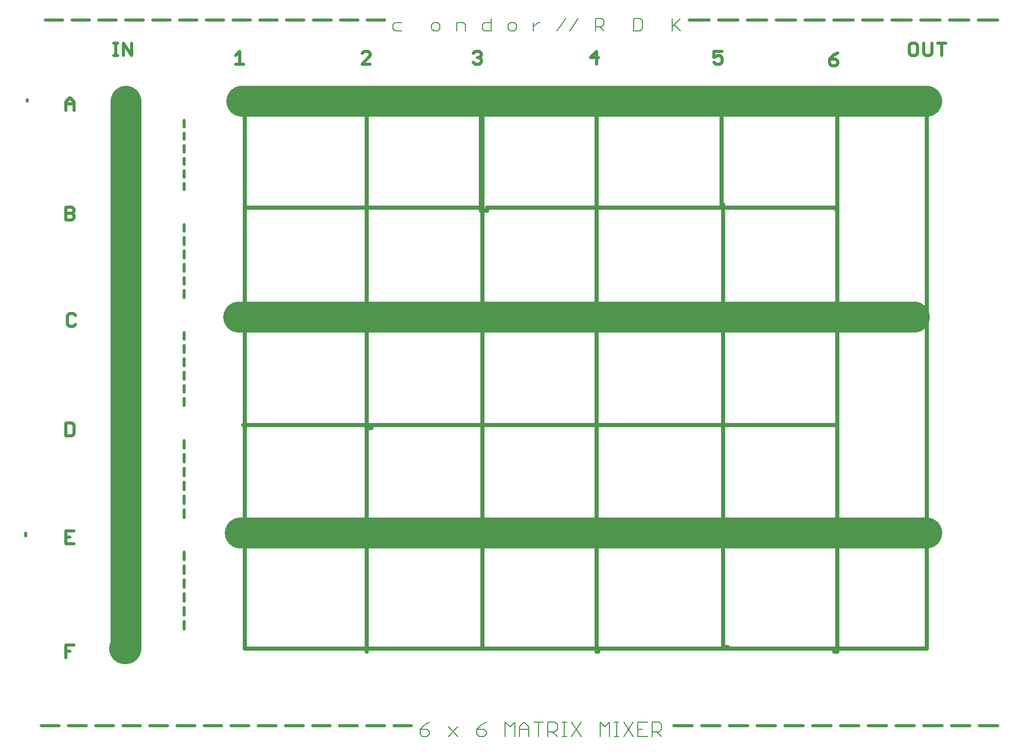
<source format=gto>
G75*
%MOIN*%
%OFA0B0*%
%FSLAX25Y25*%
%IPPOS*%
%LPD*%
%AMOC8*
5,1,8,0,0,1.08239X$1,22.5*
%
%ADD10C,0.02000*%
%ADD11C,0.20000*%
%ADD12C,0.02500*%
%ADD13C,0.00800*%
%ADD14C,0.00700*%
D10*
X0012000Y0017000D02*
X0023571Y0017000D01*
X0029571Y0017000D02*
X0041143Y0017000D01*
X0047143Y0017000D02*
X0058714Y0017000D01*
X0064714Y0017000D02*
X0076286Y0017000D01*
X0082286Y0017000D02*
X0093857Y0017000D01*
X0099857Y0017000D02*
X0111429Y0017000D01*
X0117429Y0017000D02*
X0129000Y0017000D01*
X0135000Y0017000D02*
X0146571Y0017000D01*
X0152571Y0017000D02*
X0164143Y0017000D01*
X0170143Y0017000D02*
X0181714Y0017000D01*
X0187714Y0017000D02*
X0199286Y0017000D01*
X0205286Y0017000D02*
X0216857Y0017000D01*
X0222857Y0017000D02*
X0234429Y0017000D01*
X0240429Y0017000D02*
X0252000Y0017000D01*
X0104500Y0079500D02*
X0104500Y0084500D01*
X0104500Y0088500D02*
X0104500Y0093500D01*
X0104500Y0097500D02*
X0104500Y0102500D01*
X0104500Y0106500D02*
X0104500Y0111500D01*
X0104500Y0115500D02*
X0104500Y0120500D01*
X0104500Y0124500D02*
X0104500Y0129500D01*
X0104500Y0152000D02*
X0104500Y0157000D01*
X0104500Y0161000D02*
X0104500Y0166000D01*
X0104500Y0170000D02*
X0104500Y0175000D01*
X0104500Y0179000D02*
X0104500Y0184000D01*
X0104500Y0188000D02*
X0104500Y0193000D01*
X0104500Y0197000D02*
X0104500Y0202000D01*
X0104500Y0224500D02*
X0104500Y0229083D01*
X0104500Y0233083D02*
X0104500Y0237667D01*
X0104500Y0241667D02*
X0104500Y0246250D01*
X0104500Y0250250D02*
X0104500Y0254833D01*
X0104500Y0258833D02*
X0104500Y0263417D01*
X0104500Y0267417D02*
X0104500Y0272000D01*
X0104500Y0294500D02*
X0104500Y0299083D01*
X0104500Y0303083D02*
X0104500Y0307667D01*
X0104500Y0311667D02*
X0104500Y0316250D01*
X0104500Y0320250D02*
X0104500Y0324833D01*
X0104500Y0328833D02*
X0104500Y0333417D01*
X0104500Y0337417D02*
X0104500Y0342000D01*
X0104500Y0364500D02*
X0104500Y0368667D01*
X0104500Y0372667D02*
X0104500Y0376833D01*
X0104500Y0380833D02*
X0104500Y0385000D01*
X0104500Y0389000D02*
X0104500Y0393167D01*
X0104500Y0397167D02*
X0104500Y0401333D01*
X0104500Y0405333D02*
X0104500Y0409500D01*
X0138000Y0446000D02*
X0143338Y0446000D01*
X0140669Y0446000D02*
X0140669Y0454007D01*
X0138000Y0451338D01*
X0136192Y0474500D02*
X0147577Y0474500D01*
X0153577Y0474500D02*
X0164962Y0474500D01*
X0170962Y0474500D02*
X0182346Y0474500D01*
X0188346Y0474500D02*
X0199731Y0474500D01*
X0205731Y0474500D02*
X0217115Y0474500D01*
X0223115Y0474500D02*
X0234500Y0474500D01*
X0224003Y0454007D02*
X0221334Y0454007D01*
X0220000Y0452672D01*
X0224003Y0454007D02*
X0225338Y0452672D01*
X0225338Y0451338D01*
X0220000Y0446000D01*
X0225338Y0446000D01*
X0292000Y0447334D02*
X0293334Y0446000D01*
X0296003Y0446000D01*
X0297338Y0447334D01*
X0297338Y0448669D01*
X0296003Y0450003D01*
X0294669Y0450003D01*
X0296003Y0450003D02*
X0297338Y0451338D01*
X0297338Y0452672D01*
X0296003Y0454007D01*
X0293334Y0454007D01*
X0292000Y0452672D01*
X0368000Y0450003D02*
X0373338Y0450003D01*
X0372003Y0446000D02*
X0372003Y0454007D01*
X0368000Y0450003D01*
X0432000Y0474500D02*
X0444727Y0474500D01*
X0450727Y0474500D02*
X0463455Y0474500D01*
X0469455Y0474500D02*
X0482182Y0474500D01*
X0488182Y0474500D02*
X0500909Y0474500D01*
X0506909Y0474500D02*
X0519636Y0474500D01*
X0525636Y0474500D02*
X0538364Y0474500D01*
X0544364Y0474500D02*
X0557091Y0474500D01*
X0563091Y0474500D02*
X0575818Y0474500D01*
X0581818Y0474500D02*
X0594545Y0474500D01*
X0600545Y0474500D02*
X0613273Y0474500D01*
X0619273Y0474500D02*
X0632000Y0474500D01*
X0598254Y0459507D02*
X0592916Y0459507D01*
X0595585Y0459507D02*
X0595585Y0451500D01*
X0589046Y0452834D02*
X0589046Y0459507D01*
X0583708Y0459507D02*
X0583708Y0452834D01*
X0585042Y0451500D01*
X0587711Y0451500D01*
X0589046Y0452834D01*
X0579838Y0452834D02*
X0579838Y0458172D01*
X0578503Y0459507D01*
X0575834Y0459507D01*
X0574500Y0458172D01*
X0574500Y0452834D01*
X0575834Y0451500D01*
X0578503Y0451500D01*
X0579838Y0452834D01*
X0528338Y0453007D02*
X0525669Y0451672D01*
X0523000Y0449003D01*
X0527003Y0449003D01*
X0528338Y0447669D01*
X0528338Y0446334D01*
X0527003Y0445000D01*
X0524334Y0445000D01*
X0523000Y0446334D01*
X0523000Y0449003D01*
X0453338Y0450003D02*
X0453338Y0447334D01*
X0452003Y0446000D01*
X0449334Y0446000D01*
X0448000Y0447334D01*
X0448000Y0450003D02*
X0450669Y0451338D01*
X0452003Y0451338D01*
X0453338Y0450003D01*
X0453338Y0454007D02*
X0448000Y0454007D01*
X0448000Y0450003D01*
X0130192Y0474500D02*
X0118808Y0474500D01*
X0112808Y0474500D02*
X0101423Y0474500D01*
X0095423Y0474500D02*
X0084038Y0474500D01*
X0078038Y0474500D02*
X0066654Y0474500D01*
X0060654Y0474500D02*
X0049269Y0474500D01*
X0043269Y0474500D02*
X0031885Y0474500D01*
X0025885Y0474500D02*
X0014500Y0474500D01*
X0059000Y0459507D02*
X0061669Y0459507D01*
X0060334Y0459507D02*
X0060334Y0451500D01*
X0059000Y0451500D02*
X0061669Y0451500D01*
X0065139Y0451500D02*
X0065139Y0459507D01*
X0070476Y0451500D01*
X0070476Y0459507D01*
X0033338Y0421338D02*
X0030669Y0424007D01*
X0028000Y0421338D01*
X0028000Y0416000D01*
X0028000Y0420003D02*
X0033338Y0420003D01*
X0033338Y0421338D02*
X0033338Y0416000D01*
X0003000Y0422000D02*
X0003000Y0423000D01*
X0028000Y0353007D02*
X0032003Y0353007D01*
X0033338Y0351672D01*
X0033338Y0350338D01*
X0032003Y0349003D01*
X0028000Y0349003D01*
X0028000Y0345000D02*
X0032003Y0345000D01*
X0033338Y0346334D01*
X0033338Y0347669D01*
X0032003Y0349003D01*
X0028000Y0345000D02*
X0028000Y0353007D01*
X0030334Y0284007D02*
X0029000Y0282672D01*
X0029000Y0277334D01*
X0030334Y0276000D01*
X0033003Y0276000D01*
X0034338Y0277334D01*
X0034338Y0282672D02*
X0033003Y0284007D01*
X0030334Y0284007D01*
X0032003Y0213007D02*
X0028000Y0213007D01*
X0028000Y0205000D01*
X0032003Y0205000D01*
X0033338Y0206334D01*
X0033338Y0211672D01*
X0032003Y0213007D01*
X0033338Y0143007D02*
X0028000Y0143007D01*
X0028000Y0135000D01*
X0033338Y0135000D01*
X0030669Y0139003D02*
X0028000Y0139003D01*
X0002000Y0140000D02*
X0002000Y0142000D01*
X0028000Y0069007D02*
X0033338Y0069007D01*
X0030669Y0065003D02*
X0028000Y0065003D01*
X0028000Y0061000D02*
X0028000Y0069007D01*
X0422000Y0017000D02*
X0434000Y0017000D01*
X0440000Y0017000D02*
X0452000Y0017000D01*
X0458000Y0017000D02*
X0470000Y0017000D01*
X0476000Y0017000D02*
X0488000Y0017000D01*
X0494000Y0017000D02*
X0506000Y0017000D01*
X0512000Y0017000D02*
X0524000Y0017000D01*
X0530000Y0017000D02*
X0542000Y0017000D01*
X0548000Y0017000D02*
X0560000Y0017000D01*
X0566000Y0017000D02*
X0578000Y0017000D01*
X0584000Y0017000D02*
X0596000Y0017000D01*
X0602000Y0017000D02*
X0614000Y0017000D01*
X0620000Y0017000D02*
X0632000Y0017000D01*
D11*
X0586000Y0142000D02*
X0141000Y0142000D01*
X0067000Y0067000D02*
X0066000Y0067000D01*
X0067000Y0067000D02*
X0067000Y0422000D01*
X0142000Y0422000D02*
X0144000Y0422000D01*
X0223000Y0422000D01*
X0586000Y0422000D01*
X0578000Y0282000D02*
X0140000Y0282000D01*
D12*
X0143000Y0212000D02*
X0223000Y0212000D01*
X0528000Y0212000D01*
X0528000Y0065000D01*
X0526000Y0065000D01*
X0586000Y0067000D02*
X0586000Y0423000D01*
X0528000Y0423000D01*
X0528000Y0212000D01*
X0527000Y0352000D02*
X0527000Y0353000D01*
X0454000Y0353000D01*
X0454000Y0068000D01*
X0457000Y0068000D01*
X0373000Y0065000D02*
X0372000Y0065000D01*
X0372000Y0420000D01*
X0303000Y0424000D02*
X0298000Y0424000D01*
X0298000Y0353000D01*
X0144000Y0353000D01*
X0144000Y0067000D01*
X0298000Y0067000D01*
X0298000Y0353000D01*
X0297000Y0351000D02*
X0301000Y0351000D01*
X0301000Y0353000D01*
X0453000Y0353000D01*
X0453000Y0420000D01*
X0528000Y0423000D02*
X0142000Y0423000D01*
X0144000Y0422000D02*
X0144000Y0353000D01*
X0223000Y0422000D02*
X0223000Y0212000D01*
X0223000Y0210000D02*
X0226000Y0210000D01*
X0223000Y0210000D02*
X0223000Y0065000D01*
X0298000Y0067000D02*
X0586000Y0067000D01*
X0454000Y0353000D02*
X0454000Y0355000D01*
X0297000Y0351000D02*
X0297000Y0425000D01*
D13*
X0300370Y0019108D02*
X0297301Y0017573D01*
X0294231Y0014504D01*
X0298835Y0014504D01*
X0300370Y0012969D01*
X0300370Y0011435D01*
X0298835Y0009900D01*
X0295766Y0009900D01*
X0294231Y0011435D01*
X0294231Y0014504D01*
X0281954Y0016039D02*
X0275816Y0009900D01*
X0281954Y0009900D02*
X0275816Y0016039D01*
X0263539Y0019108D02*
X0260469Y0017573D01*
X0257400Y0014504D01*
X0262004Y0014504D01*
X0263539Y0012969D01*
X0263539Y0011435D01*
X0262004Y0009900D01*
X0258935Y0009900D01*
X0257400Y0011435D01*
X0257400Y0014504D01*
X0312647Y0009900D02*
X0312647Y0019108D01*
X0315716Y0016039D01*
X0318786Y0019108D01*
X0318786Y0009900D01*
X0321855Y0009900D02*
X0321855Y0016039D01*
X0324924Y0019108D01*
X0327994Y0016039D01*
X0327994Y0009900D01*
X0327994Y0014504D02*
X0321855Y0014504D01*
X0331063Y0019108D02*
X0337201Y0019108D01*
X0334132Y0019108D02*
X0334132Y0009900D01*
X0340271Y0009900D02*
X0340271Y0019108D01*
X0344875Y0019108D01*
X0346409Y0017573D01*
X0346409Y0014504D01*
X0344875Y0012969D01*
X0340271Y0012969D01*
X0343340Y0012969D02*
X0346409Y0009900D01*
X0349479Y0009900D02*
X0352548Y0009900D01*
X0351013Y0009900D02*
X0351013Y0019108D01*
X0349479Y0019108D02*
X0352548Y0019108D01*
X0355617Y0019108D02*
X0361756Y0009900D01*
X0355617Y0009900D02*
X0361756Y0019108D01*
X0374033Y0019108D02*
X0374033Y0009900D01*
X0380171Y0009900D02*
X0380171Y0019108D01*
X0377102Y0016039D01*
X0374033Y0019108D01*
X0383241Y0019108D02*
X0386310Y0019108D01*
X0384775Y0019108D02*
X0384775Y0009900D01*
X0383241Y0009900D02*
X0386310Y0009900D01*
X0389379Y0009900D02*
X0395518Y0019108D01*
X0398587Y0019108D02*
X0398587Y0009900D01*
X0404726Y0009900D01*
X0407795Y0009900D02*
X0407795Y0019108D01*
X0412399Y0019108D01*
X0413934Y0017573D01*
X0413934Y0014504D01*
X0412399Y0012969D01*
X0407795Y0012969D01*
X0410864Y0012969D02*
X0413934Y0009900D01*
X0404726Y0019108D02*
X0398587Y0019108D01*
X0398587Y0014504D02*
X0401656Y0014504D01*
X0395518Y0009900D02*
X0389379Y0019108D01*
D14*
X0395923Y0467350D02*
X0400077Y0467350D01*
X0401461Y0468735D01*
X0401461Y0474273D01*
X0400077Y0475657D01*
X0395923Y0475657D01*
X0395923Y0467350D01*
X0376600Y0467350D02*
X0373831Y0470119D01*
X0375216Y0470119D02*
X0371062Y0470119D01*
X0371062Y0467350D02*
X0371062Y0475657D01*
X0375216Y0475657D01*
X0376600Y0474273D01*
X0376600Y0471504D01*
X0375216Y0470119D01*
X0360026Y0475657D02*
X0354488Y0467350D01*
X0346201Y0467350D02*
X0351739Y0475657D01*
X0335161Y0472888D02*
X0333777Y0472888D01*
X0331008Y0470119D01*
X0331008Y0467350D02*
X0331008Y0472888D01*
X0319972Y0471504D02*
X0318587Y0472888D01*
X0315818Y0472888D01*
X0314434Y0471504D01*
X0314434Y0468735D01*
X0315818Y0467350D01*
X0318587Y0467350D01*
X0319972Y0468735D01*
X0319972Y0471504D01*
X0303398Y0472888D02*
X0299244Y0472888D01*
X0297860Y0471504D01*
X0297860Y0468735D01*
X0299244Y0467350D01*
X0303398Y0467350D01*
X0303398Y0475657D01*
X0286823Y0471504D02*
X0286823Y0467350D01*
X0286823Y0471504D02*
X0285439Y0472888D01*
X0281285Y0472888D01*
X0281285Y0467350D01*
X0270249Y0468735D02*
X0270249Y0471504D01*
X0268865Y0472888D01*
X0266096Y0472888D01*
X0264711Y0471504D01*
X0264711Y0468735D01*
X0266096Y0467350D01*
X0268865Y0467350D01*
X0270249Y0468735D01*
X0245388Y0467350D02*
X0241235Y0467350D01*
X0239850Y0468735D01*
X0239850Y0471504D01*
X0241235Y0472888D01*
X0245388Y0472888D01*
X0420785Y0470119D02*
X0426323Y0475657D01*
X0420785Y0475657D02*
X0420785Y0467350D01*
X0422169Y0471504D02*
X0426323Y0467350D01*
M02*

</source>
